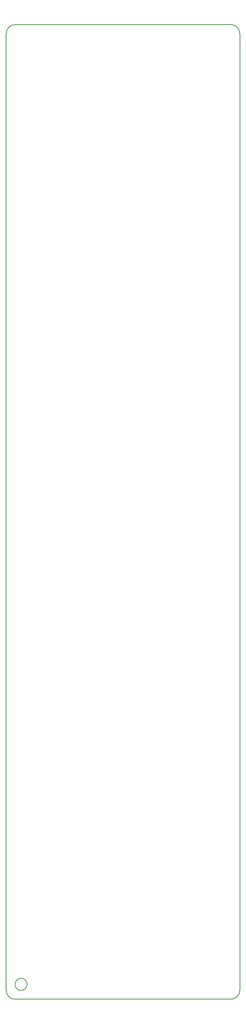
<source format=gbr>
G04 #@! TF.FileFunction,Profile,NP*
%FSLAX46Y46*%
G04 Gerber Fmt 4.6, Leading zero omitted, Abs format (unit mm)*
G04 Created by KiCad (PCBNEW 4.0.4+dfsg1-stable) date Fri Sep 30 19:59:36 2016*
%MOMM*%
%LPD*%
G01*
G04 APERTURE LIST*
%ADD10C,0.150000*%
G04 APERTURE END LIST*
D10*
X80800000Y-239850000D02*
G75*
G03X80800000Y-239850000I-1350000J0D01*
G01*
X78100000Y-243200000D02*
X126600000Y-243200000D01*
X76100000Y-26400000D02*
X76100000Y-241200000D01*
X128600000Y-241200000D02*
X128600000Y-26400000D01*
X76100000Y-241200000D02*
G75*
G03X78100000Y-243200000I2000000J0D01*
G01*
X126600000Y-243200000D02*
G75*
G03X128600000Y-241200000I0J2000000D01*
G01*
X78100000Y-24400000D02*
X126600000Y-24400000D01*
X78100000Y-24400000D02*
G75*
G03X76100000Y-26400000I0J-2000000D01*
G01*
X128600000Y-26400000D02*
G75*
G03X126600000Y-24400000I-2000000J0D01*
G01*
M02*

</source>
